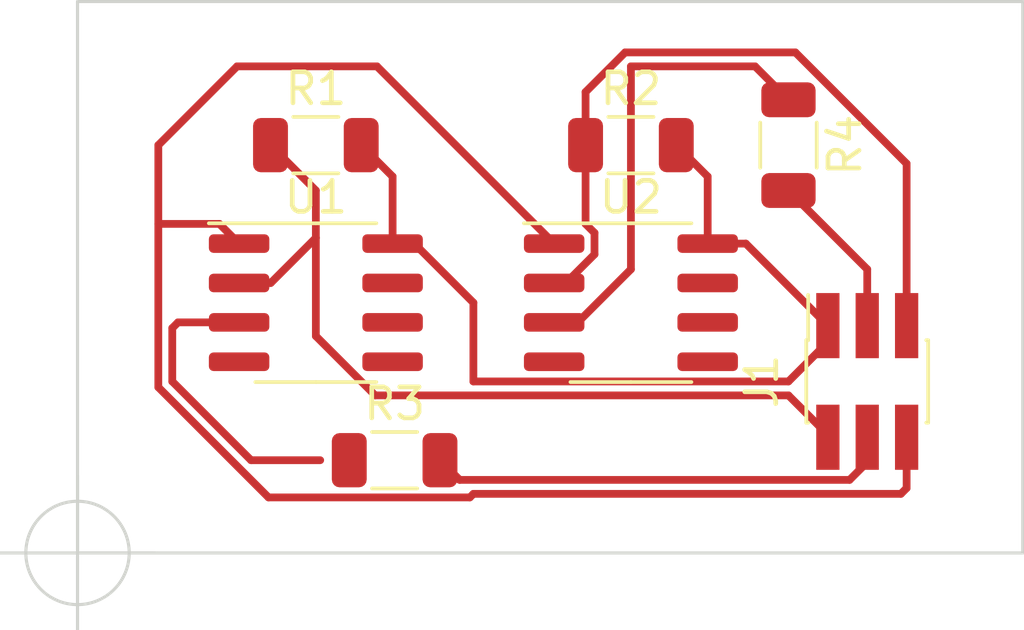
<source format=kicad_pcb>
(kicad_pcb (version 20211014) (generator pcbnew)
  (layers (0 "F.Cu" signal) (31 "B.Cu" signal) (34 "B.Paste" user) (35 "F.Paste" user) (36 "B.SilkS" user "B.Silkscreen") (37 "F.SilkS" user "F.Silkscreen") (38 "B.Mask" user) (39 "F.Mask" user) (44 "Edge.Cuts" user))
  (net 0 "")
  (net 1 "Net-(J1-Pad2)")
  (net 2 "Net-(R4-Pad2)")
  (net 3 "Net-(R3-Pad2)")
  (net 4 "Net-(R2-Pad1)")
  (net 5 "Net-(U1-Pad1)")
  (net 6 "Net-(R3-Pad1)")
  (net 7 "Net-(R4-Pad1)")
  (net 16 "Net-(J1-Pad1)")
  (footprint "Package_SO:SOIC-8_3.9x4.9mm_P1.27mm" (layer "F.Cu") (at 144.845 57.97)
    (fp_text reference "U2" (at 0 -3.4) (layer "F.SilkS"))
    (fp_text value "NE555D")
    (fp_line (start 0 2.56) (end 1.95 2.56) (layer "F.SilkS") (width 0.12))
    (fp_line (start 0 2.56) (end -1.95 2.56) (layer "F.SilkS") (width 0.12))
    (fp_line (start 0 -2.56) (end 1.95 -2.56) (layer "F.SilkS") (width 0.12))
    (fp_line (start 0 -2.56) (end -3.45 -2.56) (layer "F.SilkS") (width 0.12))
    (pad "1" smd roundrect (at -2.475 -1.905) (size 1.95 0.6) (layers "F.Cu" "F.Paste" "F.Mask") (net 5 "Net-(U1-Pad1)"))
    (pad "2" smd roundrect (at -2.475 -0.635) (size 1.95 0.6) (layers "F.Cu" "F.Paste" "F.Mask") (net 4 "Net-(R2-Pad1)"))
    (pad "3" smd roundrect (at -2.475 0.635) (size 1.95 0.6) (layers "F.Cu" "F.Paste" "F.Mask") (net 7 "Net-(R4-Pad1)"))
    (pad "4" smd roundrect (at -2.475 1.905) (size 1.95 0.6) (layers "F.Cu" "F.Paste" "F.Mask"))
    (pad "5" smd roundrect (at 2.475 1.905) (size 1.95 0.6) (layers "F.Cu" "F.Paste" "F.Mask"))
    (pad "6" smd roundrect (at 2.475 0.635) (size 1.95 0.6) (layers "F.Cu" "F.Paste" "F.Mask"))
    (pad "7" smd roundrect (at 2.475 -0.635) (size 1.95 0.6) (layers "F.Cu" "F.Paste" "F.Mask"))
    (pad "8" smd roundrect (at 2.475 -1.905) (size 1.95 0.6) (layers "F.Cu" "F.Paste" "F.Mask") (net 16 "Net-(J1-Pad1)"))
  )
  (footprint "Resistor_SMD:R_1206_3216Metric" (layer "F.Cu") (at 144.845 52.89)
    (fp_text reference "R2" (at 0 -1.82) (layer "F.SilkS"))
    (fp_text value "1MOhm")
    (fp_line (start -0.727064 0.91) (end 0.727064 0.91) (layer "F.SilkS") (width 0.12))
    (fp_line (start -0.727064 -0.91) (end 0.727064 -0.91) (layer "F.SilkS") (width 0.12))
    (pad "1" smd roundrect (at -1.4625 0) (size 1.125 1.75) (layers "F.Cu" "F.Paste" "F.Mask") (roundrect_rratio 0.222222) (net 4 "Net-(R2-Pad1)"))
    (pad "2" smd roundrect (at 1.4625 0) (size 1.125 1.75) (layers "F.Cu" "F.Paste" "F.Mask") (roundrect_rratio 0.222222) (net 16 "Net-(J1-Pad1)"))
  )
  (footprint "Resistor_SMD:R_1206_3216Metric" (layer "F.Cu") (at 149.925 52.89 -90)
    (fp_text reference "R4" (at 0 -1.82 -90) (layer "F.SilkS"))
    (fp_text value "10kOhm")
    (fp_line (start -0.727064 -0.91) (end 0.727064 -0.91) (layer "F.SilkS") (width 0.12))
    (fp_line (start -0.727064 0.91) (end 0.727064 0.91) (layer "F.SilkS") (width 0.12))
    (pad "1" smd roundrect (at -1.4625 0 270) (size 1.125 1.75) (layers "F.Cu" "F.Paste" "F.Mask") (roundrect_rratio 0.222222) (net 7 "Net-(R4-Pad1)"))
    (pad "2" smd roundrect (at 1.4625 0 270) (size 1.125 1.75) (layers "F.Cu" "F.Paste" "F.Mask") (roundrect_rratio 0.222222) (net 2 "Net-(R4-Pad2)"))
  )
  (footprint "Package_SO:SOIC-8_3.9x4.9mm_P1.27mm" (layer "F.Cu") (at 134.685 57.97)
    (fp_text reference "U1" (at 0 -3.4) (layer "F.SilkS"))
    (fp_text value "NE555D")
    (fp_line (start 0 -2.56) (end 1.95 -2.56) (layer "F.SilkS") (width 0.12))
    (fp_line (start 0 2.56) (end 1.95 2.56) (layer "F.SilkS") (width 0.12))
    (fp_line (start 0 2.56) (end -1.95 2.56) (layer "F.SilkS") (width 0.12))
    (fp_line (start 0 -2.56) (end -3.45 -2.56) (layer "F.SilkS") (width 0.12))
    (pad "1" smd roundrect (at -2.475 -1.905) (size 1.95 0.6) (layers "F.Cu" "F.Paste" "F.Mask") (net 5 "Net-(U1-Pad1)"))
    (pad "2" smd roundrect (at -2.475 -0.635) (size 1.95 0.6) (layers "F.Cu" "F.Paste" "F.Mask") (net 1 "Net-(J1-Pad2)"))
    (pad "3" smd roundrect (at -2.475 0.635) (size 1.95 0.6) (layers "F.Cu" "F.Paste" "F.Mask") (net 6 "Net-(R3-Pad1)"))
    (pad "4" smd roundrect (at -2.475 1.905) (size 1.95 0.6) (layers "F.Cu" "F.Paste" "F.Mask"))
    (pad "5" smd roundrect (at 2.475 1.905) (size 1.95 0.6) (layers "F.Cu" "F.Paste" "F.Mask"))
    (pad "6" smd roundrect (at 2.475 0.635) (size 1.95 0.6) (layers "F.Cu" "F.Paste" "F.Mask"))
    (pad "7" smd roundrect (at 2.475 -0.635) (size 1.95 0.6) (layers "F.Cu" "F.Paste" "F.Mask"))
    (pad "8" smd roundrect (at 2.475 -1.905) (size 1.95 0.6) (layers "F.Cu" "F.Paste" "F.Mask") (net 16 "Net-(J1-Pad1)"))
  )
  (footprint "Resistor_SMD:R_1206_3216Metric" (layer "F.Cu") (at 134.685 52.89)
    (fp_text reference "R1" (at 0 -1.82) (layer "F.SilkS"))
    (fp_text value "1MOhm")
    (fp_line (start -0.727064 0.91) (end 0.727064 0.91) (layer "F.SilkS") (width 0.12))
    (fp_line (start -0.727064 -0.91) (end 0.727064 -0.91) (layer "F.SilkS") (width 0.12))
    (pad "1" smd roundrect (at -1.4625 0) (size 1.125 1.75) (layers "F.Cu" "F.Paste" "F.Mask") (roundrect_rratio 0.222222) (net 1 "Net-(J1-Pad2)"))
    (pad "2" smd roundrect (at 1.4625 0) (size 1.125 1.75) (layers "F.Cu" "F.Paste" "F.Mask") (roundrect_rratio 0.222222) (net 16 "Net-(J1-Pad1)"))
  )
  (footprint "Connector_PinSocket_1.27mm:PinSocket_2x03_P1.27mm_Vertical_SMD" (layer "F.Cu") (at 152.465 60.51 90)
    (fp_text reference "J1" (at 0 -3.405 90) (layer "F.SilkS"))
    (fp_text value "Conn_01x06_Male")
    (fp_line (start 1.33 1.905) (end 1.33 1.965) (layer "F.SilkS") (width 0.12))
    (fp_line (start 1.33 -1.905) (end 2.79 -1.905) (layer "F.SilkS") (width 0.12))
    (fp_line (start -1.33 -1.965) (end 1.33 -1.965) (layer "F.SilkS") (width 0.12))
    (fp_line (start -1.33 -1.965) (end -1.33 -1.905) (layer "F.SilkS") (width 0.12))
    (fp_line (start -1.33 1.965) (end 1.33 1.965) (layer "F.SilkS") (width 0.12))
    (fp_line (start -1.33 1.905) (end -1.33 1.965) (layer "F.SilkS") (width 0.12))
    (fp_line (start 1.33 -1.965) (end 1.33 -1.905) (layer "F.SilkS") (width 0.12))
    (pad "1" smd rect (at 1.8 -1.27 90) (size 2.1 0.75) (layers "F.Cu" "F.Paste" "F.Mask") (net 16 "Net-(J1-Pad1)"))
    (pad "2" smd rect (at -1.8 -1.27 90) (size 2.1 0.75) (layers "F.Cu" "F.Paste" "F.Mask") (net 1 "Net-(J1-Pad2)"))
    (pad "3" smd rect (at 1.8 0 90) (size 2.1 0.75) (layers "F.Cu" "F.Paste" "F.Mask") (net 2 "Net-(R4-Pad2)"))
    (pad "4" smd rect (at -1.8 0 90) (size 2.1 0.75) (layers "F.Cu" "F.Paste" "F.Mask") (net 3 "Net-(R3-Pad2)"))
    (pad "5" smd rect (at 1.8 1.27 90) (size 2.1 0.75) (layers "F.Cu" "F.Paste" "F.Mask") (net 4 "Net-(R2-Pad1)"))
    (pad "6" smd rect (at -1.8 1.27 90) (size 2.1 0.75) (layers "F.Cu" "F.Paste" "F.Mask") (net 5 "Net-(U1-Pad1)"))
  )
  (footprint "Resistor_SMD:R_1206_3216Metric" (layer "F.Cu") (at 137.225 63.05)
    (fp_text reference "R3" (at 0 -1.82) (layer "F.SilkS"))
    (fp_text value "10kOhm")
    (fp_line (start -0.727064 -0.91) (end 0.727064 -0.91) (layer "F.SilkS") (width 0.12))
    (fp_line (start -0.727064 0.91) (end 0.727064 0.91) (layer "F.SilkS") (width 0.12))
    (pad "1" smd roundrect (at -1.4625 0) (size 1.125 1.75) (layers "F.Cu" "F.Paste" "F.Mask") (roundrect_rratio 0.222222) (net 6 "Net-(R3-Pad1)"))
    (pad "2" smd roundrect (at 1.4625 0) (size 1.125 1.75) (layers "F.Cu" "F.Paste" "F.Mask") (roundrect_rratio 0.222222) (net 3 "Net-(R3-Pad2)"))
  )
  (gr_line (start 127 66.04) (end 127 48.26) (layer "Edge.Cuts") (width 0.1))
  (gr_line (start 127 48.26) (end 157.48 48.26) (layer "Edge.Cuts") (width 0.1))
  (gr_line (start 157.48 66.04) (end 127 66.04) (layer "Edge.Cuts") (width 0.1))
  (gr_line (start 157.48 48.26) (end 157.48 66.04) (layer "Edge.Cuts") (width 0.1))
  (target plus (at 127 66.04) (size 5) (width 0.1) (layer "Edge.Cuts"))
  (segment (start 134.685 59.046751) (end 136.598249 60.96) (width 0.25) (layer "F.Cu") (net 1))
  (segment (start 136.598249 60.96) (end 149.925 60.96) (width 0.25) (layer "F.Cu") (net 1))
  (segment (start 134.685 55.88) (end 134.685 59.046751) (width 0.25) (layer "F.Cu") (net 1))
  (segment (start 134.685 54.3525) (end 134.685 55.88) (width 0.25) (layer "F.Cu") (net 1))
  (segment (start 151.195 62.23) (end 151.195 62.31) (width 0.25) (layer "F.Cu") (net 1))
  (segment (start 133.2225 52.89) (end 134.685 54.3525) (width 0.25) (layer "F.Cu") (net 1))
  (segment (start 149.925 60.96) (end 151.195 62.23) (width 0.25) (layer "F.Cu") (net 1))
  (segment (start 134.685 55.88) (end 133.23 57.335) (width 0.25) (layer "F.Cu") (net 1))
  (segment (start 133.23 57.335) (end 132.21 57.335) (width 0.25) (layer "F.Cu") (net 1))
  (segment (start 149.925 54.3525) (end 152.465 56.8925) (width 0.25) (layer "F.Cu") (net 2))
  (segment (start 152.465 56.8925) (end 152.465 58.71) (width 0.25) (layer "F.Cu") (net 2))
  (segment (start 152.465 62.31) (end 152.465 63.115) (width 0.25) (layer "F.Cu") (net 3))
  (segment (start 139.3225 63.685) (end 138.6875 63.05) (width 0.25) (layer "F.Cu") (net 3))
  (segment (start 152.465 63.115) (end 151.895 63.685) (width 0.25) (layer "F.Cu") (net 3))
  (segment (start 151.895 63.685) (end 139.3225 63.685) (width 0.25) (layer "F.Cu") (net 3))
  (segment (start 153.735 53.486827) (end 153.735 58.71) (width 0.25) (layer "F.Cu") (net 4))
  (segment (start 144.658604 49.9) (end 150.148173 49.9) (width 0.25) (layer "F.Cu") (net 4))
  (segment (start 143.3825 51.176104) (end 144.658604 49.9) (width 0.25) (layer "F.Cu") (net 4))
  (segment (start 143.67 55.718249) (end 143.3825 55.430749) (width 0.25) (layer "F.Cu") (net 4))
  (segment (start 142.37 57.335) (end 142.746751 57.335) (width 0.25) (layer "F.Cu") (net 4))
  (segment (start 143.3825 55.430749) (end 143.3825 52.89) (width 0.25) (layer "F.Cu") (net 4))
  (segment (start 142.746751 57.335) (end 143.67 56.411751) (width 0.25) (layer "F.Cu") (net 4))
  (segment (start 143.67 56.411751) (end 143.67 55.718249) (width 0.25) (layer "F.Cu") (net 4))
  (segment (start 150.148173 49.9) (end 153.735 53.486827) (width 0.25) (layer "F.Cu") (net 4))
  (segment (start 143.3825 52.89) (end 143.3825 51.176104) (width 0.25) (layer "F.Cu") (net 4))
  (segment (start 129.605 52.89) (end 132.145 50.35) (width 0.25) (layer "F.Cu") (net 5))
  (segment (start 129.605 55.43) (end 129.605 52.89) (width 0.25) (layer "F.Cu") (net 5))
  (segment (start 153.55 64.135) (end 139.765 64.135) (width 0.25) (layer "F.Cu") (net 5))
  (segment (start 132.145 50.35) (end 136.655 50.35) (width 0.25) (layer "F.Cu") (net 5))
  (segment (start 129.605 55.43) (end 131.575 55.43) (width 0.25) (layer "F.Cu") (net 5))
  (segment (start 131.575 55.43) (end 132.21 56.065) (width 0.25) (layer "F.Cu") (net 5))
  (segment (start 133.158604 64.25) (end 129.605 60.696396) (width 0.25) (layer "F.Cu") (net 5))
  (segment (start 129.605 60.696396) (end 129.605 55.43) (width 0.25) (layer "F.Cu") (net 5))
  (segment (start 136.655 50.35) (end 142.37 56.065) (width 0.25) (layer "F.Cu") (net 5))
  (segment (start 139.65 64.25) (end 133.158604 64.25) (width 0.25) (layer "F.Cu") (net 5))
  (segment (start 153.735 62.31) (end 153.735 63.95) (width 0.25) (layer "F.Cu") (net 5))
  (segment (start 153.735 63.95) (end 153.55 64.135) (width 0.25) (layer "F.Cu") (net 5))
  (segment (start 139.765 64.135) (end 139.65 64.25) (width 0.25) (layer "F.Cu") (net 5))
  (segment (start 132.595 63.05) (end 134.825 63.05) (width 0.25) (layer "F.Cu") (net 6))
  (segment (start 130.24 58.605) (end 130.055 58.79) (width 0.25) (layer "F.Cu") (net 6))
  (segment (start 130.055 58.79) (end 130.055 60.51) (width 0.25) (layer "F.Cu") (net 6))
  (segment (start 130.055 60.51) (end 132.595 63.05) (width 0.25) (layer "F.Cu") (net 6))
  (segment (start 132.21 58.605) (end 130.24 58.605) (width 0.25) (layer "F.Cu") (net 6))
  (segment (start 144.845 50.35) (end 148.8475 50.35) (width 0.25) (layer "F.Cu") (net 7))
  (segment (start 148.8475 50.35) (end 149.925 51.4275) (width 0.25) (layer "F.Cu") (net 7))
  (segment (start 143.133249 58.605) (end 144.845 56.893249) (width 0.25) (layer "F.Cu") (net 7))
  (segment (start 144.845 56.893249) (end 144.845 50.35) (width 0.25) (layer "F.Cu") (net 7))
  (segment (start 142.37 58.605) (end 143.133249 58.605) (width 0.25) (layer "F.Cu") (net 7))
  (segment (start 147.32 56.065) (end 148.55 56.065) (width 0.25) (layer "F.Cu") (net 16))
  (segment (start 137.16 56.065) (end 137.86 56.065) (width 0.25) (layer "F.Cu") (net 16))
  (segment (start 137.86 56.065) (end 139.765 57.97) (width 0.25) (layer "F.Cu") (net 16))
  (segment (start 136.1475 52.89) (end 137.16 53.9025) (width 0.25) (layer "F.Cu") (net 16))
  (segment (start 137.16 53.9025) (end 137.16 56.065) (width 0.25) (layer "F.Cu") (net 16))
  (segment (start 139.765 57.97) (end 139.765 60.51) (width 0.25) (layer "F.Cu") (net 16))
  (segment (start 149.925 60.51) (end 151.195 59.24) (width 0.25) (layer "F.Cu") (net 16))
  (segment (start 139.765 60.51) (end 149.925 60.51) (width 0.25) (layer "F.Cu") (net 16))
  (segment (start 148.55 56.065) (end 151.195 58.71) (width 0.25) (layer "F.Cu") (net 16))
  (segment (start 151.195 59.24) (end 151.195 58.71) (width 0.25) (layer "F.Cu") (net 16))
  (segment (start 147.32 53.9025) (end 147.32 56.065) (width 0.25) (layer "F.Cu") (net 16))
  (segment (start 146.3075 52.89) (end 147.32 53.9025) (width 0.25) (layer "F.Cu") (net 16))
)
</source>
